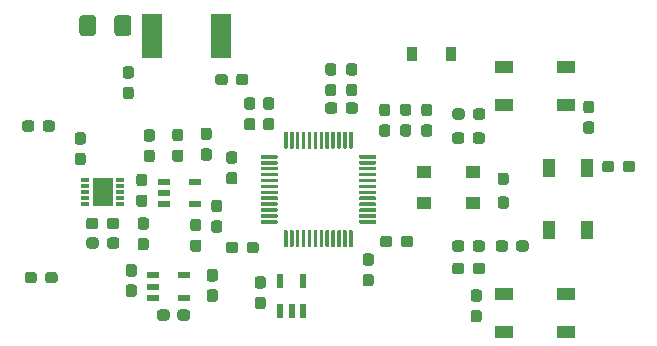
<source format=gtp>
G04 #@! TF.GenerationSoftware,KiCad,Pcbnew,(5.1.6-0-10_14)*
G04 #@! TF.CreationDate,2021-10-17T11:27:40-07:00*
G04 #@! TF.ProjectId,TimTime,54696d54-696d-4652-9e6b-696361645f70,rev?*
G04 #@! TF.SameCoordinates,Original*
G04 #@! TF.FileFunction,Paste,Top*
G04 #@! TF.FilePolarity,Positive*
%FSLAX46Y46*%
G04 Gerber Fmt 4.6, Leading zero omitted, Abs format (unit mm)*
G04 Created by KiCad (PCBNEW (5.1.6-0-10_14)) date 2021-10-17 11:27:40*
%MOMM*%
%LPD*%
G01*
G04 APERTURE LIST*
%ADD10R,1.700000X3.700000*%
%ADD11R,0.900000X1.200000*%
%ADD12R,0.800000X0.300000*%
%ADD13R,1.750000X2.480000*%
%ADD14R,1.050000X0.550000*%
%ADD15R,1.550000X1.000000*%
%ADD16R,0.590000X1.210000*%
%ADD17R,1.200000X1.000000*%
%ADD18R,1.000000X1.550000*%
G04 APERTURE END LIST*
D10*
G04 #@! TO.C,S3*
X130937000Y-91440000D03*
X125037000Y-91440000D03*
G04 #@! TD*
D11*
G04 #@! TO.C,D2*
X147067000Y-92964000D03*
X150368000Y-92964000D03*
G04 #@! TD*
G04 #@! TO.C,C1*
G36*
G01*
X155050500Y-104058000D02*
X154575500Y-104058000D01*
G75*
G02*
X154338000Y-103820500I0J237500D01*
G01*
X154338000Y-103245500D01*
G75*
G02*
X154575500Y-103008000I237500J0D01*
G01*
X155050500Y-103008000D01*
G75*
G02*
X155288000Y-103245500I0J-237500D01*
G01*
X155288000Y-103820500D01*
G75*
G02*
X155050500Y-104058000I-237500J0D01*
G01*
G37*
G36*
G01*
X155050500Y-106062000D02*
X154575500Y-106062000D01*
G75*
G02*
X154338000Y-105824500I0J237500D01*
G01*
X154338000Y-105249500D01*
G75*
G02*
X154575500Y-105012000I237500J0D01*
G01*
X155050500Y-105012000D01*
G75*
G02*
X155288000Y-105249500I0J-237500D01*
G01*
X155288000Y-105824500D01*
G75*
G02*
X155050500Y-106062000I-237500J0D01*
G01*
G37*
G04 #@! TD*
G04 #@! TO.C,C3*
G36*
G01*
X153278000Y-99838500D02*
X153278000Y-100313500D01*
G75*
G02*
X153040500Y-100551000I-237500J0D01*
G01*
X152465500Y-100551000D01*
G75*
G02*
X152228000Y-100313500I0J237500D01*
G01*
X152228000Y-99838500D01*
G75*
G02*
X152465500Y-99601000I237500J0D01*
G01*
X153040500Y-99601000D01*
G75*
G02*
X153278000Y-99838500I0J-237500D01*
G01*
G37*
G36*
G01*
X151528000Y-99838500D02*
X151528000Y-100313500D01*
G75*
G02*
X151290500Y-100551000I-237500J0D01*
G01*
X150715500Y-100551000D01*
G75*
G02*
X150478000Y-100313500I0J237500D01*
G01*
X150478000Y-99838500D01*
G75*
G02*
X150715500Y-99601000I237500J0D01*
G01*
X151290500Y-99601000D01*
G75*
G02*
X151528000Y-99838500I0J-237500D01*
G01*
G37*
G04 #@! TD*
G04 #@! TO.C,C4*
G36*
G01*
X135187700Y-99430000D02*
X134712700Y-99430000D01*
G75*
G02*
X134475200Y-99192500I0J237500D01*
G01*
X134475200Y-98617500D01*
G75*
G02*
X134712700Y-98380000I237500J0D01*
G01*
X135187700Y-98380000D01*
G75*
G02*
X135425200Y-98617500I0J-237500D01*
G01*
X135425200Y-99192500D01*
G75*
G02*
X135187700Y-99430000I-237500J0D01*
G01*
G37*
G36*
G01*
X135187700Y-97680000D02*
X134712700Y-97680000D01*
G75*
G02*
X134475200Y-97442500I0J237500D01*
G01*
X134475200Y-96867500D01*
G75*
G02*
X134712700Y-96630000I237500J0D01*
G01*
X135187700Y-96630000D01*
G75*
G02*
X135425200Y-96867500I0J-237500D01*
G01*
X135425200Y-97442500D01*
G75*
G02*
X135187700Y-97680000I-237500J0D01*
G01*
G37*
G04 #@! TD*
G04 #@! TO.C,C5*
G36*
G01*
X132379000Y-109109500D02*
X132379000Y-109584500D01*
G75*
G02*
X132141500Y-109822000I-237500J0D01*
G01*
X131566500Y-109822000D01*
G75*
G02*
X131329000Y-109584500I0J237500D01*
G01*
X131329000Y-109109500D01*
G75*
G02*
X131566500Y-108872000I237500J0D01*
G01*
X132141500Y-108872000D01*
G75*
G02*
X132379000Y-109109500I0J-237500D01*
G01*
G37*
G36*
G01*
X134129000Y-109109500D02*
X134129000Y-109584500D01*
G75*
G02*
X133891500Y-109822000I-237500J0D01*
G01*
X133316500Y-109822000D01*
G75*
G02*
X133079000Y-109584500I0J237500D01*
G01*
X133079000Y-109109500D01*
G75*
G02*
X133316500Y-108872000I237500J0D01*
G01*
X133891500Y-108872000D01*
G75*
G02*
X134129000Y-109109500I0J-237500D01*
G01*
G37*
G04 #@! TD*
G04 #@! TO.C,C6*
G36*
G01*
X133587500Y-99430000D02*
X133112500Y-99430000D01*
G75*
G02*
X132875000Y-99192500I0J237500D01*
G01*
X132875000Y-98617500D01*
G75*
G02*
X133112500Y-98380000I237500J0D01*
G01*
X133587500Y-98380000D01*
G75*
G02*
X133825000Y-98617500I0J-237500D01*
G01*
X133825000Y-99192500D01*
G75*
G02*
X133587500Y-99430000I-237500J0D01*
G01*
G37*
G36*
G01*
X133587500Y-97680000D02*
X133112500Y-97680000D01*
G75*
G02*
X132875000Y-97442500I0J237500D01*
G01*
X132875000Y-96867500D01*
G75*
G02*
X133112500Y-96630000I237500J0D01*
G01*
X133587500Y-96630000D01*
G75*
G02*
X133825000Y-96867500I0J-237500D01*
G01*
X133825000Y-97442500D01*
G75*
G02*
X133587500Y-97680000I-237500J0D01*
G01*
G37*
G04 #@! TD*
G04 #@! TO.C,C7*
G36*
G01*
X143145500Y-111588000D02*
X143620500Y-111588000D01*
G75*
G02*
X143858000Y-111825500I0J-237500D01*
G01*
X143858000Y-112400500D01*
G75*
G02*
X143620500Y-112638000I-237500J0D01*
G01*
X143145500Y-112638000D01*
G75*
G02*
X142908000Y-112400500I0J237500D01*
G01*
X142908000Y-111825500D01*
G75*
G02*
X143145500Y-111588000I237500J0D01*
G01*
G37*
G36*
G01*
X143145500Y-109838000D02*
X143620500Y-109838000D01*
G75*
G02*
X143858000Y-110075500I0J-237500D01*
G01*
X143858000Y-110650500D01*
G75*
G02*
X143620500Y-110888000I-237500J0D01*
G01*
X143145500Y-110888000D01*
G75*
G02*
X142908000Y-110650500I0J237500D01*
G01*
X142908000Y-110075500D01*
G75*
G02*
X143145500Y-109838000I237500J0D01*
G01*
G37*
G04 #@! TD*
G04 #@! TO.C,C8*
G36*
G01*
X144382000Y-109076500D02*
X144382000Y-108601500D01*
G75*
G02*
X144619500Y-108364000I237500J0D01*
G01*
X145194500Y-108364000D01*
G75*
G02*
X145432000Y-108601500I0J-237500D01*
G01*
X145432000Y-109076500D01*
G75*
G02*
X145194500Y-109314000I-237500J0D01*
G01*
X144619500Y-109314000D01*
G75*
G02*
X144382000Y-109076500I0J237500D01*
G01*
G37*
G36*
G01*
X146132000Y-109076500D02*
X146132000Y-108601500D01*
G75*
G02*
X146369500Y-108364000I237500J0D01*
G01*
X146944500Y-108364000D01*
G75*
G02*
X147182000Y-108601500I0J-237500D01*
G01*
X147182000Y-109076500D01*
G75*
G02*
X146944500Y-109314000I-237500J0D01*
G01*
X146369500Y-109314000D01*
G75*
G02*
X146132000Y-109076500I0J237500D01*
G01*
G37*
G04 #@! TD*
G04 #@! TO.C,C9*
G36*
G01*
X146781500Y-98202000D02*
X146306500Y-98202000D01*
G75*
G02*
X146069000Y-97964500I0J237500D01*
G01*
X146069000Y-97389500D01*
G75*
G02*
X146306500Y-97152000I237500J0D01*
G01*
X146781500Y-97152000D01*
G75*
G02*
X147019000Y-97389500I0J-237500D01*
G01*
X147019000Y-97964500D01*
G75*
G02*
X146781500Y-98202000I-237500J0D01*
G01*
G37*
G36*
G01*
X146781500Y-99952000D02*
X146306500Y-99952000D01*
G75*
G02*
X146069000Y-99714500I0J237500D01*
G01*
X146069000Y-99139500D01*
G75*
G02*
X146306500Y-98902000I237500J0D01*
G01*
X146781500Y-98902000D01*
G75*
G02*
X147019000Y-99139500I0J-237500D01*
G01*
X147019000Y-99714500D01*
G75*
G02*
X146781500Y-99952000I-237500J0D01*
G01*
G37*
G04 #@! TD*
G04 #@! TO.C,C10*
G36*
G01*
X145017500Y-99966000D02*
X144542500Y-99966000D01*
G75*
G02*
X144305000Y-99728500I0J237500D01*
G01*
X144305000Y-99153500D01*
G75*
G02*
X144542500Y-98916000I237500J0D01*
G01*
X145017500Y-98916000D01*
G75*
G02*
X145255000Y-99153500I0J-237500D01*
G01*
X145255000Y-99728500D01*
G75*
G02*
X145017500Y-99966000I-237500J0D01*
G01*
G37*
G36*
G01*
X145017500Y-98216000D02*
X144542500Y-98216000D01*
G75*
G02*
X144305000Y-97978500I0J237500D01*
G01*
X144305000Y-97403500D01*
G75*
G02*
X144542500Y-97166000I237500J0D01*
G01*
X145017500Y-97166000D01*
G75*
G02*
X145255000Y-97403500I0J-237500D01*
G01*
X145255000Y-97978500D01*
G75*
G02*
X145017500Y-98216000I-237500J0D01*
G01*
G37*
G04 #@! TD*
G04 #@! TO.C,C11*
G36*
G01*
X134001500Y-113521000D02*
X134476500Y-113521000D01*
G75*
G02*
X134714000Y-113758500I0J-237500D01*
G01*
X134714000Y-114333500D01*
G75*
G02*
X134476500Y-114571000I-237500J0D01*
G01*
X134001500Y-114571000D01*
G75*
G02*
X133764000Y-114333500I0J237500D01*
G01*
X133764000Y-113758500D01*
G75*
G02*
X134001500Y-113521000I237500J0D01*
G01*
G37*
G36*
G01*
X134001500Y-111771000D02*
X134476500Y-111771000D01*
G75*
G02*
X134714000Y-112008500I0J-237500D01*
G01*
X134714000Y-112583500D01*
G75*
G02*
X134476500Y-112821000I-237500J0D01*
G01*
X134001500Y-112821000D01*
G75*
G02*
X133764000Y-112583500I0J237500D01*
G01*
X133764000Y-112008500D01*
G75*
G02*
X134001500Y-111771000I237500J0D01*
G01*
G37*
G04 #@! TD*
G04 #@! TO.C,C12*
G36*
G01*
X125078500Y-100375000D02*
X124603500Y-100375000D01*
G75*
G02*
X124366000Y-100137500I0J237500D01*
G01*
X124366000Y-99562500D01*
G75*
G02*
X124603500Y-99325000I237500J0D01*
G01*
X125078500Y-99325000D01*
G75*
G02*
X125316000Y-99562500I0J-237500D01*
G01*
X125316000Y-100137500D01*
G75*
G02*
X125078500Y-100375000I-237500J0D01*
G01*
G37*
G36*
G01*
X125078500Y-102125000D02*
X124603500Y-102125000D01*
G75*
G02*
X124366000Y-101887500I0J237500D01*
G01*
X124366000Y-101312500D01*
G75*
G02*
X124603500Y-101075000I237500J0D01*
G01*
X125078500Y-101075000D01*
G75*
G02*
X125316000Y-101312500I0J-237500D01*
G01*
X125316000Y-101887500D01*
G75*
G02*
X125078500Y-102125000I-237500J0D01*
G01*
G37*
G04 #@! TD*
G04 #@! TO.C,C13*
G36*
G01*
X119236500Y-102379000D02*
X118761500Y-102379000D01*
G75*
G02*
X118524000Y-102141500I0J237500D01*
G01*
X118524000Y-101566500D01*
G75*
G02*
X118761500Y-101329000I237500J0D01*
G01*
X119236500Y-101329000D01*
G75*
G02*
X119474000Y-101566500I0J-237500D01*
G01*
X119474000Y-102141500D01*
G75*
G02*
X119236500Y-102379000I-237500J0D01*
G01*
G37*
G36*
G01*
X119236500Y-100629000D02*
X118761500Y-100629000D01*
G75*
G02*
X118524000Y-100391500I0J237500D01*
G01*
X118524000Y-99816500D01*
G75*
G02*
X118761500Y-99579000I237500J0D01*
G01*
X119236500Y-99579000D01*
G75*
G02*
X119474000Y-99816500I0J-237500D01*
G01*
X119474000Y-100391500D01*
G75*
G02*
X119236500Y-100629000I-237500J0D01*
G01*
G37*
G04 #@! TD*
G04 #@! TO.C,C14*
G36*
G01*
X129015500Y-107967000D02*
X128540500Y-107967000D01*
G75*
G02*
X128303000Y-107729500I0J237500D01*
G01*
X128303000Y-107154500D01*
G75*
G02*
X128540500Y-106917000I237500J0D01*
G01*
X129015500Y-106917000D01*
G75*
G02*
X129253000Y-107154500I0J-237500D01*
G01*
X129253000Y-107729500D01*
G75*
G02*
X129015500Y-107967000I-237500J0D01*
G01*
G37*
G36*
G01*
X129015500Y-109717000D02*
X128540500Y-109717000D01*
G75*
G02*
X128303000Y-109479500I0J237500D01*
G01*
X128303000Y-108904500D01*
G75*
G02*
X128540500Y-108667000I237500J0D01*
G01*
X129015500Y-108667000D01*
G75*
G02*
X129253000Y-108904500I0J-237500D01*
G01*
X129253000Y-109479500D01*
G75*
G02*
X129015500Y-109717000I-237500J0D01*
G01*
G37*
G04 #@! TD*
G04 #@! TO.C,C15*
G36*
G01*
X129904500Y-101998000D02*
X129429500Y-101998000D01*
G75*
G02*
X129192000Y-101760500I0J237500D01*
G01*
X129192000Y-101185500D01*
G75*
G02*
X129429500Y-100948000I237500J0D01*
G01*
X129904500Y-100948000D01*
G75*
G02*
X130142000Y-101185500I0J-237500D01*
G01*
X130142000Y-101760500D01*
G75*
G02*
X129904500Y-101998000I-237500J0D01*
G01*
G37*
G36*
G01*
X129904500Y-100248000D02*
X129429500Y-100248000D01*
G75*
G02*
X129192000Y-100010500I0J237500D01*
G01*
X129192000Y-99435500D01*
G75*
G02*
X129429500Y-99198000I237500J0D01*
G01*
X129904500Y-99198000D01*
G75*
G02*
X130142000Y-99435500I0J-237500D01*
G01*
X130142000Y-100010500D01*
G75*
G02*
X129904500Y-100248000I-237500J0D01*
G01*
G37*
G04 #@! TD*
G04 #@! TO.C,C16*
G36*
G01*
X127491500Y-100347000D02*
X127016500Y-100347000D01*
G75*
G02*
X126779000Y-100109500I0J237500D01*
G01*
X126779000Y-99534500D01*
G75*
G02*
X127016500Y-99297000I237500J0D01*
G01*
X127491500Y-99297000D01*
G75*
G02*
X127729000Y-99534500I0J-237500D01*
G01*
X127729000Y-100109500D01*
G75*
G02*
X127491500Y-100347000I-237500J0D01*
G01*
G37*
G36*
G01*
X127491500Y-102097000D02*
X127016500Y-102097000D01*
G75*
G02*
X126779000Y-101859500I0J237500D01*
G01*
X126779000Y-101284500D01*
G75*
G02*
X127016500Y-101047000I237500J0D01*
G01*
X127491500Y-101047000D01*
G75*
G02*
X127729000Y-101284500I0J-237500D01*
G01*
X127729000Y-101859500D01*
G75*
G02*
X127491500Y-102097000I-237500J0D01*
G01*
G37*
G04 #@! TD*
G04 #@! TO.C,D1*
G36*
G01*
X118921500Y-91176000D02*
X118921500Y-89926000D01*
G75*
G02*
X119171500Y-89676000I250000J0D01*
G01*
X120096500Y-89676000D01*
G75*
G02*
X120346500Y-89926000I0J-250000D01*
G01*
X120346500Y-91176000D01*
G75*
G02*
X120096500Y-91426000I-250000J0D01*
G01*
X119171500Y-91426000D01*
G75*
G02*
X118921500Y-91176000I0J250000D01*
G01*
G37*
G36*
G01*
X121896500Y-91176000D02*
X121896500Y-89926000D01*
G75*
G02*
X122146500Y-89676000I250000J0D01*
G01*
X123071500Y-89676000D01*
G75*
G02*
X123321500Y-89926000I0J-250000D01*
G01*
X123321500Y-91176000D01*
G75*
G02*
X123071500Y-91426000I-250000J0D01*
G01*
X122146500Y-91426000D01*
G75*
G02*
X121896500Y-91176000I0J250000D01*
G01*
G37*
G04 #@! TD*
D12*
G04 #@! TO.C,IC1*
X119404000Y-103648000D03*
X119404000Y-104148000D03*
X119404000Y-104648000D03*
X119404000Y-105148000D03*
X119404000Y-105648000D03*
X122404000Y-105648000D03*
X122404000Y-105148000D03*
X122404000Y-104648000D03*
X122404000Y-104148000D03*
X122404000Y-103648000D03*
D13*
X120904000Y-104648000D03*
G04 #@! TD*
D14*
G04 #@! TO.C,IC2*
X126111000Y-103759000D03*
X126111000Y-104709000D03*
X126111000Y-105659000D03*
X128711000Y-105659000D03*
X128711000Y-103759000D03*
G04 #@! TD*
G04 #@! TO.C,L1*
G36*
G01*
X148573500Y-99966000D02*
X148098500Y-99966000D01*
G75*
G02*
X147861000Y-99728500I0J237500D01*
G01*
X147861000Y-99153500D01*
G75*
G02*
X148098500Y-98916000I237500J0D01*
G01*
X148573500Y-98916000D01*
G75*
G02*
X148811000Y-99153500I0J-237500D01*
G01*
X148811000Y-99728500D01*
G75*
G02*
X148573500Y-99966000I-237500J0D01*
G01*
G37*
G36*
G01*
X148573500Y-98216000D02*
X148098500Y-98216000D01*
G75*
G02*
X147861000Y-97978500I0J237500D01*
G01*
X147861000Y-97403500D01*
G75*
G02*
X148098500Y-97166000I237500J0D01*
G01*
X148573500Y-97166000D01*
G75*
G02*
X148811000Y-97403500I0J-237500D01*
G01*
X148811000Y-97978500D01*
G75*
G02*
X148573500Y-98216000I-237500J0D01*
G01*
G37*
G04 #@! TD*
G04 #@! TO.C,R1*
G36*
G01*
X139984500Y-93737000D02*
X140459500Y-93737000D01*
G75*
G02*
X140697000Y-93974500I0J-237500D01*
G01*
X140697000Y-94549500D01*
G75*
G02*
X140459500Y-94787000I-237500J0D01*
G01*
X139984500Y-94787000D01*
G75*
G02*
X139747000Y-94549500I0J237500D01*
G01*
X139747000Y-93974500D01*
G75*
G02*
X139984500Y-93737000I237500J0D01*
G01*
G37*
G36*
G01*
X139984500Y-95487000D02*
X140459500Y-95487000D01*
G75*
G02*
X140697000Y-95724500I0J-237500D01*
G01*
X140697000Y-96299500D01*
G75*
G02*
X140459500Y-96537000I-237500J0D01*
G01*
X139984500Y-96537000D01*
G75*
G02*
X139747000Y-96299500I0J237500D01*
G01*
X139747000Y-95724500D01*
G75*
G02*
X139984500Y-95487000I237500J0D01*
G01*
G37*
G04 #@! TD*
G04 #@! TO.C,R2*
G36*
G01*
X141461000Y-97773500D02*
X141461000Y-97298500D01*
G75*
G02*
X141698500Y-97061000I237500J0D01*
G01*
X142273500Y-97061000D01*
G75*
G02*
X142511000Y-97298500I0J-237500D01*
G01*
X142511000Y-97773500D01*
G75*
G02*
X142273500Y-98011000I-237500J0D01*
G01*
X141698500Y-98011000D01*
G75*
G02*
X141461000Y-97773500I0J237500D01*
G01*
G37*
G36*
G01*
X139711000Y-97773500D02*
X139711000Y-97298500D01*
G75*
G02*
X139948500Y-97061000I237500J0D01*
G01*
X140523500Y-97061000D01*
G75*
G02*
X140761000Y-97298500I0J-237500D01*
G01*
X140761000Y-97773500D01*
G75*
G02*
X140523500Y-98011000I-237500J0D01*
G01*
X139948500Y-98011000D01*
G75*
G02*
X139711000Y-97773500I0J237500D01*
G01*
G37*
G04 #@! TD*
G04 #@! TO.C,R3*
G36*
G01*
X142223500Y-94787000D02*
X141748500Y-94787000D01*
G75*
G02*
X141511000Y-94549500I0J237500D01*
G01*
X141511000Y-93974500D01*
G75*
G02*
X141748500Y-93737000I237500J0D01*
G01*
X142223500Y-93737000D01*
G75*
G02*
X142461000Y-93974500I0J-237500D01*
G01*
X142461000Y-94549500D01*
G75*
G02*
X142223500Y-94787000I-237500J0D01*
G01*
G37*
G36*
G01*
X142223500Y-96537000D02*
X141748500Y-96537000D01*
G75*
G02*
X141511000Y-96299500I0J237500D01*
G01*
X141511000Y-95724500D01*
G75*
G02*
X141748500Y-95487000I237500J0D01*
G01*
X142223500Y-95487000D01*
G75*
G02*
X142461000Y-95724500I0J-237500D01*
G01*
X142461000Y-96299500D01*
G75*
G02*
X142223500Y-96537000I-237500J0D01*
G01*
G37*
G04 #@! TD*
G04 #@! TO.C,R5*
G36*
G01*
X117083000Y-111649500D02*
X117083000Y-112124500D01*
G75*
G02*
X116845500Y-112362000I-237500J0D01*
G01*
X116270500Y-112362000D01*
G75*
G02*
X116033000Y-112124500I0J237500D01*
G01*
X116033000Y-111649500D01*
G75*
G02*
X116270500Y-111412000I237500J0D01*
G01*
X116845500Y-111412000D01*
G75*
G02*
X117083000Y-111649500I0J-237500D01*
G01*
G37*
G36*
G01*
X115333000Y-111649500D02*
X115333000Y-112124500D01*
G75*
G02*
X115095500Y-112362000I-237500J0D01*
G01*
X114520500Y-112362000D01*
G75*
G02*
X114283000Y-112124500I0J237500D01*
G01*
X114283000Y-111649500D01*
G75*
G02*
X114520500Y-111412000I237500J0D01*
G01*
X115095500Y-111412000D01*
G75*
G02*
X115333000Y-111649500I0J-237500D01*
G01*
G37*
G04 #@! TD*
G04 #@! TO.C,R6*
G36*
G01*
X115807000Y-99297500D02*
X115807000Y-98822500D01*
G75*
G02*
X116044500Y-98585000I237500J0D01*
G01*
X116619500Y-98585000D01*
G75*
G02*
X116857000Y-98822500I0J-237500D01*
G01*
X116857000Y-99297500D01*
G75*
G02*
X116619500Y-99535000I-237500J0D01*
G01*
X116044500Y-99535000D01*
G75*
G02*
X115807000Y-99297500I0J237500D01*
G01*
G37*
G36*
G01*
X114057000Y-99297500D02*
X114057000Y-98822500D01*
G75*
G02*
X114294500Y-98585000I237500J0D01*
G01*
X114869500Y-98585000D01*
G75*
G02*
X115107000Y-98822500I0J-237500D01*
G01*
X115107000Y-99297500D01*
G75*
G02*
X114869500Y-99535000I-237500J0D01*
G01*
X114294500Y-99535000D01*
G75*
G02*
X114057000Y-99297500I0J237500D01*
G01*
G37*
G04 #@! TD*
G04 #@! TO.C,R7*
G36*
G01*
X153306000Y-97806500D02*
X153306000Y-98281500D01*
G75*
G02*
X153068500Y-98519000I-237500J0D01*
G01*
X152493500Y-98519000D01*
G75*
G02*
X152256000Y-98281500I0J237500D01*
G01*
X152256000Y-97806500D01*
G75*
G02*
X152493500Y-97569000I237500J0D01*
G01*
X153068500Y-97569000D01*
G75*
G02*
X153306000Y-97806500I0J-237500D01*
G01*
G37*
G36*
G01*
X151556000Y-97806500D02*
X151556000Y-98281500D01*
G75*
G02*
X151318500Y-98519000I-237500J0D01*
G01*
X150743500Y-98519000D01*
G75*
G02*
X150506000Y-98281500I0J237500D01*
G01*
X150506000Y-97806500D01*
G75*
G02*
X150743500Y-97569000I237500J0D01*
G01*
X151318500Y-97569000D01*
G75*
G02*
X151556000Y-97806500I0J-237500D01*
G01*
G37*
G04 #@! TD*
G04 #@! TO.C,R8*
G36*
G01*
X122825500Y-93991000D02*
X123300500Y-93991000D01*
G75*
G02*
X123538000Y-94228500I0J-237500D01*
G01*
X123538000Y-94803500D01*
G75*
G02*
X123300500Y-95041000I-237500J0D01*
G01*
X122825500Y-95041000D01*
G75*
G02*
X122588000Y-94803500I0J237500D01*
G01*
X122588000Y-94228500D01*
G75*
G02*
X122825500Y-93991000I237500J0D01*
G01*
G37*
G36*
G01*
X122825500Y-95741000D02*
X123300500Y-95741000D01*
G75*
G02*
X123538000Y-95978500I0J-237500D01*
G01*
X123538000Y-96553500D01*
G75*
G02*
X123300500Y-96791000I-237500J0D01*
G01*
X122825500Y-96791000D01*
G75*
G02*
X122588000Y-96553500I0J237500D01*
G01*
X122588000Y-95978500D01*
G75*
G02*
X122825500Y-95741000I237500J0D01*
G01*
G37*
G04 #@! TD*
G04 #@! TO.C,R9*
G36*
G01*
X154161000Y-109457500D02*
X154161000Y-108982500D01*
G75*
G02*
X154398500Y-108745000I237500J0D01*
G01*
X154973500Y-108745000D01*
G75*
G02*
X155211000Y-108982500I0J-237500D01*
G01*
X155211000Y-109457500D01*
G75*
G02*
X154973500Y-109695000I-237500J0D01*
G01*
X154398500Y-109695000D01*
G75*
G02*
X154161000Y-109457500I0J237500D01*
G01*
G37*
G36*
G01*
X155911000Y-109457500D02*
X155911000Y-108982500D01*
G75*
G02*
X156148500Y-108745000I237500J0D01*
G01*
X156723500Y-108745000D01*
G75*
G02*
X156961000Y-108982500I0J-237500D01*
G01*
X156961000Y-109457500D01*
G75*
G02*
X156723500Y-109695000I-237500J0D01*
G01*
X156148500Y-109695000D01*
G75*
G02*
X155911000Y-109457500I0J237500D01*
G01*
G37*
G04 #@! TD*
G04 #@! TO.C,R10*
G36*
G01*
X151528000Y-108982500D02*
X151528000Y-109457500D01*
G75*
G02*
X151290500Y-109695000I-237500J0D01*
G01*
X150715500Y-109695000D01*
G75*
G02*
X150478000Y-109457500I0J237500D01*
G01*
X150478000Y-108982500D01*
G75*
G02*
X150715500Y-108745000I237500J0D01*
G01*
X151290500Y-108745000D01*
G75*
G02*
X151528000Y-108982500I0J-237500D01*
G01*
G37*
G36*
G01*
X153278000Y-108982500D02*
X153278000Y-109457500D01*
G75*
G02*
X153040500Y-109695000I-237500J0D01*
G01*
X152465500Y-109695000D01*
G75*
G02*
X152228000Y-109457500I0J237500D01*
G01*
X152228000Y-108982500D01*
G75*
G02*
X152465500Y-108745000I237500J0D01*
G01*
X153040500Y-108745000D01*
G75*
G02*
X153278000Y-108982500I0J-237500D01*
G01*
G37*
G04 #@! TD*
G04 #@! TO.C,R11*
G36*
G01*
X150478000Y-111362500D02*
X150478000Y-110887500D01*
G75*
G02*
X150715500Y-110650000I237500J0D01*
G01*
X151290500Y-110650000D01*
G75*
G02*
X151528000Y-110887500I0J-237500D01*
G01*
X151528000Y-111362500D01*
G75*
G02*
X151290500Y-111600000I-237500J0D01*
G01*
X150715500Y-111600000D01*
G75*
G02*
X150478000Y-111362500I0J237500D01*
G01*
G37*
G36*
G01*
X152228000Y-111362500D02*
X152228000Y-110887500D01*
G75*
G02*
X152465500Y-110650000I237500J0D01*
G01*
X153040500Y-110650000D01*
G75*
G02*
X153278000Y-110887500I0J-237500D01*
G01*
X153278000Y-111362500D01*
G75*
G02*
X153040500Y-111600000I-237500J0D01*
G01*
X152465500Y-111600000D01*
G75*
G02*
X152228000Y-111362500I0J237500D01*
G01*
G37*
G04 #@! TD*
G04 #@! TO.C,R12*
G36*
G01*
X130793500Y-106344000D02*
X130318500Y-106344000D01*
G75*
G02*
X130081000Y-106106500I0J237500D01*
G01*
X130081000Y-105531500D01*
G75*
G02*
X130318500Y-105294000I237500J0D01*
G01*
X130793500Y-105294000D01*
G75*
G02*
X131031000Y-105531500I0J-237500D01*
G01*
X131031000Y-106106500D01*
G75*
G02*
X130793500Y-106344000I-237500J0D01*
G01*
G37*
G36*
G01*
X130793500Y-108094000D02*
X130318500Y-108094000D01*
G75*
G02*
X130081000Y-107856500I0J237500D01*
G01*
X130081000Y-107281500D01*
G75*
G02*
X130318500Y-107044000I237500J0D01*
G01*
X130793500Y-107044000D01*
G75*
G02*
X131031000Y-107281500I0J-237500D01*
G01*
X131031000Y-107856500D01*
G75*
G02*
X130793500Y-108094000I-237500J0D01*
G01*
G37*
G04 #@! TD*
G04 #@! TO.C,R13*
G36*
G01*
X131588500Y-101202000D02*
X132063500Y-101202000D01*
G75*
G02*
X132301000Y-101439500I0J-237500D01*
G01*
X132301000Y-102014500D01*
G75*
G02*
X132063500Y-102252000I-237500J0D01*
G01*
X131588500Y-102252000D01*
G75*
G02*
X131351000Y-102014500I0J237500D01*
G01*
X131351000Y-101439500D01*
G75*
G02*
X131588500Y-101202000I237500J0D01*
G01*
G37*
G36*
G01*
X131588500Y-102952000D02*
X132063500Y-102952000D01*
G75*
G02*
X132301000Y-103189500I0J-237500D01*
G01*
X132301000Y-103764500D01*
G75*
G02*
X132063500Y-104002000I-237500J0D01*
G01*
X131588500Y-104002000D01*
G75*
G02*
X131351000Y-103764500I0J237500D01*
G01*
X131351000Y-103189500D01*
G75*
G02*
X131588500Y-102952000I237500J0D01*
G01*
G37*
G04 #@! TD*
G04 #@! TO.C,R14*
G36*
G01*
X161814500Y-96912000D02*
X162289500Y-96912000D01*
G75*
G02*
X162527000Y-97149500I0J-237500D01*
G01*
X162527000Y-97724500D01*
G75*
G02*
X162289500Y-97962000I-237500J0D01*
G01*
X161814500Y-97962000D01*
G75*
G02*
X161577000Y-97724500I0J237500D01*
G01*
X161577000Y-97149500D01*
G75*
G02*
X161814500Y-96912000I237500J0D01*
G01*
G37*
G36*
G01*
X161814500Y-98662000D02*
X162289500Y-98662000D01*
G75*
G02*
X162527000Y-98899500I0J-237500D01*
G01*
X162527000Y-99474500D01*
G75*
G02*
X162289500Y-99712000I-237500J0D01*
G01*
X161814500Y-99712000D01*
G75*
G02*
X161577000Y-99474500I0J237500D01*
G01*
X161577000Y-98899500D01*
G75*
G02*
X161814500Y-98662000I237500J0D01*
G01*
G37*
G04 #@! TD*
G04 #@! TO.C,R15*
G36*
G01*
X152289500Y-114636000D02*
X152764500Y-114636000D01*
G75*
G02*
X153002000Y-114873500I0J-237500D01*
G01*
X153002000Y-115448500D01*
G75*
G02*
X152764500Y-115686000I-237500J0D01*
G01*
X152289500Y-115686000D01*
G75*
G02*
X152052000Y-115448500I0J237500D01*
G01*
X152052000Y-114873500D01*
G75*
G02*
X152289500Y-114636000I237500J0D01*
G01*
G37*
G36*
G01*
X152289500Y-112886000D02*
X152764500Y-112886000D01*
G75*
G02*
X153002000Y-113123500I0J-237500D01*
G01*
X153002000Y-113698500D01*
G75*
G02*
X152764500Y-113936000I-237500J0D01*
G01*
X152289500Y-113936000D01*
G75*
G02*
X152052000Y-113698500I0J237500D01*
G01*
X152052000Y-113123500D01*
G75*
G02*
X152289500Y-112886000I237500J0D01*
G01*
G37*
G04 #@! TD*
G04 #@! TO.C,R16*
G36*
G01*
X122290000Y-107077500D02*
X122290000Y-107552500D01*
G75*
G02*
X122052500Y-107790000I-237500J0D01*
G01*
X121477500Y-107790000D01*
G75*
G02*
X121240000Y-107552500I0J237500D01*
G01*
X121240000Y-107077500D01*
G75*
G02*
X121477500Y-106840000I237500J0D01*
G01*
X122052500Y-106840000D01*
G75*
G02*
X122290000Y-107077500I0J-237500D01*
G01*
G37*
G36*
G01*
X120540000Y-107077500D02*
X120540000Y-107552500D01*
G75*
G02*
X120302500Y-107790000I-237500J0D01*
G01*
X119727500Y-107790000D01*
G75*
G02*
X119490000Y-107552500I0J237500D01*
G01*
X119490000Y-107077500D01*
G75*
G02*
X119727500Y-106840000I237500J0D01*
G01*
X120302500Y-106840000D01*
G75*
G02*
X120540000Y-107077500I0J-237500D01*
G01*
G37*
G04 #@! TD*
G04 #@! TO.C,R17*
G36*
G01*
X123968500Y-104857000D02*
X124443500Y-104857000D01*
G75*
G02*
X124681000Y-105094500I0J-237500D01*
G01*
X124681000Y-105669500D01*
G75*
G02*
X124443500Y-105907000I-237500J0D01*
G01*
X123968500Y-105907000D01*
G75*
G02*
X123731000Y-105669500I0J237500D01*
G01*
X123731000Y-105094500D01*
G75*
G02*
X123968500Y-104857000I237500J0D01*
G01*
G37*
G36*
G01*
X123968500Y-103107000D02*
X124443500Y-103107000D01*
G75*
G02*
X124681000Y-103344500I0J-237500D01*
G01*
X124681000Y-103919500D01*
G75*
G02*
X124443500Y-104157000I-237500J0D01*
G01*
X123968500Y-104157000D01*
G75*
G02*
X123731000Y-103919500I0J237500D01*
G01*
X123731000Y-103344500D01*
G75*
G02*
X123968500Y-103107000I237500J0D01*
G01*
G37*
G04 #@! TD*
G04 #@! TO.C,R18*
G36*
G01*
X124095500Y-108540000D02*
X124570500Y-108540000D01*
G75*
G02*
X124808000Y-108777500I0J-237500D01*
G01*
X124808000Y-109352500D01*
G75*
G02*
X124570500Y-109590000I-237500J0D01*
G01*
X124095500Y-109590000D01*
G75*
G02*
X123858000Y-109352500I0J237500D01*
G01*
X123858000Y-108777500D01*
G75*
G02*
X124095500Y-108540000I237500J0D01*
G01*
G37*
G36*
G01*
X124095500Y-106790000D02*
X124570500Y-106790000D01*
G75*
G02*
X124808000Y-107027500I0J-237500D01*
G01*
X124808000Y-107602500D01*
G75*
G02*
X124570500Y-107840000I-237500J0D01*
G01*
X124095500Y-107840000D01*
G75*
G02*
X123858000Y-107602500I0J237500D01*
G01*
X123858000Y-107027500D01*
G75*
G02*
X124095500Y-106790000I237500J0D01*
G01*
G37*
G04 #@! TD*
G04 #@! TO.C,R19*
G36*
G01*
X133240000Y-94885500D02*
X133240000Y-95360500D01*
G75*
G02*
X133002500Y-95598000I-237500J0D01*
G01*
X132427500Y-95598000D01*
G75*
G02*
X132190000Y-95360500I0J237500D01*
G01*
X132190000Y-94885500D01*
G75*
G02*
X132427500Y-94648000I237500J0D01*
G01*
X133002500Y-94648000D01*
G75*
G02*
X133240000Y-94885500I0J-237500D01*
G01*
G37*
G36*
G01*
X131490000Y-94885500D02*
X131490000Y-95360500D01*
G75*
G02*
X131252500Y-95598000I-237500J0D01*
G01*
X130677500Y-95598000D01*
G75*
G02*
X130440000Y-95360500I0J237500D01*
G01*
X130440000Y-94885500D01*
G75*
G02*
X130677500Y-94648000I237500J0D01*
G01*
X131252500Y-94648000D01*
G75*
G02*
X131490000Y-94885500I0J-237500D01*
G01*
G37*
G04 #@! TD*
D15*
G04 #@! TO.C,S1*
X160147000Y-97282000D03*
X154897000Y-97282000D03*
X160147000Y-94082000D03*
X154897000Y-94082000D03*
G04 #@! TD*
G04 #@! TO.C,S2*
X160147000Y-116484000D03*
X154897000Y-116484000D03*
X160147000Y-113284000D03*
X154897000Y-113284000D03*
G04 #@! TD*
G04 #@! TO.C,U1*
G36*
G01*
X144063500Y-107097500D02*
X144063500Y-107247500D01*
G75*
G02*
X143988500Y-107322500I-75000J0D01*
G01*
X142663500Y-107322500D01*
G75*
G02*
X142588500Y-107247500I0J75000D01*
G01*
X142588500Y-107097500D01*
G75*
G02*
X142663500Y-107022500I75000J0D01*
G01*
X143988500Y-107022500D01*
G75*
G02*
X144063500Y-107097500I0J-75000D01*
G01*
G37*
G36*
G01*
X144063500Y-106597500D02*
X144063500Y-106747500D01*
G75*
G02*
X143988500Y-106822500I-75000J0D01*
G01*
X142663500Y-106822500D01*
G75*
G02*
X142588500Y-106747500I0J75000D01*
G01*
X142588500Y-106597500D01*
G75*
G02*
X142663500Y-106522500I75000J0D01*
G01*
X143988500Y-106522500D01*
G75*
G02*
X144063500Y-106597500I0J-75000D01*
G01*
G37*
G36*
G01*
X144063500Y-106097500D02*
X144063500Y-106247500D01*
G75*
G02*
X143988500Y-106322500I-75000J0D01*
G01*
X142663500Y-106322500D01*
G75*
G02*
X142588500Y-106247500I0J75000D01*
G01*
X142588500Y-106097500D01*
G75*
G02*
X142663500Y-106022500I75000J0D01*
G01*
X143988500Y-106022500D01*
G75*
G02*
X144063500Y-106097500I0J-75000D01*
G01*
G37*
G36*
G01*
X144063500Y-105597500D02*
X144063500Y-105747500D01*
G75*
G02*
X143988500Y-105822500I-75000J0D01*
G01*
X142663500Y-105822500D01*
G75*
G02*
X142588500Y-105747500I0J75000D01*
G01*
X142588500Y-105597500D01*
G75*
G02*
X142663500Y-105522500I75000J0D01*
G01*
X143988500Y-105522500D01*
G75*
G02*
X144063500Y-105597500I0J-75000D01*
G01*
G37*
G36*
G01*
X144063500Y-105097500D02*
X144063500Y-105247500D01*
G75*
G02*
X143988500Y-105322500I-75000J0D01*
G01*
X142663500Y-105322500D01*
G75*
G02*
X142588500Y-105247500I0J75000D01*
G01*
X142588500Y-105097500D01*
G75*
G02*
X142663500Y-105022500I75000J0D01*
G01*
X143988500Y-105022500D01*
G75*
G02*
X144063500Y-105097500I0J-75000D01*
G01*
G37*
G36*
G01*
X144063500Y-104597500D02*
X144063500Y-104747500D01*
G75*
G02*
X143988500Y-104822500I-75000J0D01*
G01*
X142663500Y-104822500D01*
G75*
G02*
X142588500Y-104747500I0J75000D01*
G01*
X142588500Y-104597500D01*
G75*
G02*
X142663500Y-104522500I75000J0D01*
G01*
X143988500Y-104522500D01*
G75*
G02*
X144063500Y-104597500I0J-75000D01*
G01*
G37*
G36*
G01*
X144063500Y-104097500D02*
X144063500Y-104247500D01*
G75*
G02*
X143988500Y-104322500I-75000J0D01*
G01*
X142663500Y-104322500D01*
G75*
G02*
X142588500Y-104247500I0J75000D01*
G01*
X142588500Y-104097500D01*
G75*
G02*
X142663500Y-104022500I75000J0D01*
G01*
X143988500Y-104022500D01*
G75*
G02*
X144063500Y-104097500I0J-75000D01*
G01*
G37*
G36*
G01*
X144063500Y-103597500D02*
X144063500Y-103747500D01*
G75*
G02*
X143988500Y-103822500I-75000J0D01*
G01*
X142663500Y-103822500D01*
G75*
G02*
X142588500Y-103747500I0J75000D01*
G01*
X142588500Y-103597500D01*
G75*
G02*
X142663500Y-103522500I75000J0D01*
G01*
X143988500Y-103522500D01*
G75*
G02*
X144063500Y-103597500I0J-75000D01*
G01*
G37*
G36*
G01*
X144063500Y-103097500D02*
X144063500Y-103247500D01*
G75*
G02*
X143988500Y-103322500I-75000J0D01*
G01*
X142663500Y-103322500D01*
G75*
G02*
X142588500Y-103247500I0J75000D01*
G01*
X142588500Y-103097500D01*
G75*
G02*
X142663500Y-103022500I75000J0D01*
G01*
X143988500Y-103022500D01*
G75*
G02*
X144063500Y-103097500I0J-75000D01*
G01*
G37*
G36*
G01*
X144063500Y-102597500D02*
X144063500Y-102747500D01*
G75*
G02*
X143988500Y-102822500I-75000J0D01*
G01*
X142663500Y-102822500D01*
G75*
G02*
X142588500Y-102747500I0J75000D01*
G01*
X142588500Y-102597500D01*
G75*
G02*
X142663500Y-102522500I75000J0D01*
G01*
X143988500Y-102522500D01*
G75*
G02*
X144063500Y-102597500I0J-75000D01*
G01*
G37*
G36*
G01*
X144063500Y-102097500D02*
X144063500Y-102247500D01*
G75*
G02*
X143988500Y-102322500I-75000J0D01*
G01*
X142663500Y-102322500D01*
G75*
G02*
X142588500Y-102247500I0J75000D01*
G01*
X142588500Y-102097500D01*
G75*
G02*
X142663500Y-102022500I75000J0D01*
G01*
X143988500Y-102022500D01*
G75*
G02*
X144063500Y-102097500I0J-75000D01*
G01*
G37*
G36*
G01*
X144063500Y-101597500D02*
X144063500Y-101747500D01*
G75*
G02*
X143988500Y-101822500I-75000J0D01*
G01*
X142663500Y-101822500D01*
G75*
G02*
X142588500Y-101747500I0J75000D01*
G01*
X142588500Y-101597500D01*
G75*
G02*
X142663500Y-101522500I75000J0D01*
G01*
X143988500Y-101522500D01*
G75*
G02*
X144063500Y-101597500I0J-75000D01*
G01*
G37*
G36*
G01*
X142063500Y-99597500D02*
X142063500Y-100922500D01*
G75*
G02*
X141988500Y-100997500I-75000J0D01*
G01*
X141838500Y-100997500D01*
G75*
G02*
X141763500Y-100922500I0J75000D01*
G01*
X141763500Y-99597500D01*
G75*
G02*
X141838500Y-99522500I75000J0D01*
G01*
X141988500Y-99522500D01*
G75*
G02*
X142063500Y-99597500I0J-75000D01*
G01*
G37*
G36*
G01*
X141563500Y-99597500D02*
X141563500Y-100922500D01*
G75*
G02*
X141488500Y-100997500I-75000J0D01*
G01*
X141338500Y-100997500D01*
G75*
G02*
X141263500Y-100922500I0J75000D01*
G01*
X141263500Y-99597500D01*
G75*
G02*
X141338500Y-99522500I75000J0D01*
G01*
X141488500Y-99522500D01*
G75*
G02*
X141563500Y-99597500I0J-75000D01*
G01*
G37*
G36*
G01*
X141063500Y-99597500D02*
X141063500Y-100922500D01*
G75*
G02*
X140988500Y-100997500I-75000J0D01*
G01*
X140838500Y-100997500D01*
G75*
G02*
X140763500Y-100922500I0J75000D01*
G01*
X140763500Y-99597500D01*
G75*
G02*
X140838500Y-99522500I75000J0D01*
G01*
X140988500Y-99522500D01*
G75*
G02*
X141063500Y-99597500I0J-75000D01*
G01*
G37*
G36*
G01*
X140563500Y-99597500D02*
X140563500Y-100922500D01*
G75*
G02*
X140488500Y-100997500I-75000J0D01*
G01*
X140338500Y-100997500D01*
G75*
G02*
X140263500Y-100922500I0J75000D01*
G01*
X140263500Y-99597500D01*
G75*
G02*
X140338500Y-99522500I75000J0D01*
G01*
X140488500Y-99522500D01*
G75*
G02*
X140563500Y-99597500I0J-75000D01*
G01*
G37*
G36*
G01*
X140063500Y-99597500D02*
X140063500Y-100922500D01*
G75*
G02*
X139988500Y-100997500I-75000J0D01*
G01*
X139838500Y-100997500D01*
G75*
G02*
X139763500Y-100922500I0J75000D01*
G01*
X139763500Y-99597500D01*
G75*
G02*
X139838500Y-99522500I75000J0D01*
G01*
X139988500Y-99522500D01*
G75*
G02*
X140063500Y-99597500I0J-75000D01*
G01*
G37*
G36*
G01*
X139563500Y-99597500D02*
X139563500Y-100922500D01*
G75*
G02*
X139488500Y-100997500I-75000J0D01*
G01*
X139338500Y-100997500D01*
G75*
G02*
X139263500Y-100922500I0J75000D01*
G01*
X139263500Y-99597500D01*
G75*
G02*
X139338500Y-99522500I75000J0D01*
G01*
X139488500Y-99522500D01*
G75*
G02*
X139563500Y-99597500I0J-75000D01*
G01*
G37*
G36*
G01*
X139063500Y-99597500D02*
X139063500Y-100922500D01*
G75*
G02*
X138988500Y-100997500I-75000J0D01*
G01*
X138838500Y-100997500D01*
G75*
G02*
X138763500Y-100922500I0J75000D01*
G01*
X138763500Y-99597500D01*
G75*
G02*
X138838500Y-99522500I75000J0D01*
G01*
X138988500Y-99522500D01*
G75*
G02*
X139063500Y-99597500I0J-75000D01*
G01*
G37*
G36*
G01*
X138563500Y-99597500D02*
X138563500Y-100922500D01*
G75*
G02*
X138488500Y-100997500I-75000J0D01*
G01*
X138338500Y-100997500D01*
G75*
G02*
X138263500Y-100922500I0J75000D01*
G01*
X138263500Y-99597500D01*
G75*
G02*
X138338500Y-99522500I75000J0D01*
G01*
X138488500Y-99522500D01*
G75*
G02*
X138563500Y-99597500I0J-75000D01*
G01*
G37*
G36*
G01*
X138063500Y-99597500D02*
X138063500Y-100922500D01*
G75*
G02*
X137988500Y-100997500I-75000J0D01*
G01*
X137838500Y-100997500D01*
G75*
G02*
X137763500Y-100922500I0J75000D01*
G01*
X137763500Y-99597500D01*
G75*
G02*
X137838500Y-99522500I75000J0D01*
G01*
X137988500Y-99522500D01*
G75*
G02*
X138063500Y-99597500I0J-75000D01*
G01*
G37*
G36*
G01*
X137563500Y-99597500D02*
X137563500Y-100922500D01*
G75*
G02*
X137488500Y-100997500I-75000J0D01*
G01*
X137338500Y-100997500D01*
G75*
G02*
X137263500Y-100922500I0J75000D01*
G01*
X137263500Y-99597500D01*
G75*
G02*
X137338500Y-99522500I75000J0D01*
G01*
X137488500Y-99522500D01*
G75*
G02*
X137563500Y-99597500I0J-75000D01*
G01*
G37*
G36*
G01*
X137063500Y-99597500D02*
X137063500Y-100922500D01*
G75*
G02*
X136988500Y-100997500I-75000J0D01*
G01*
X136838500Y-100997500D01*
G75*
G02*
X136763500Y-100922500I0J75000D01*
G01*
X136763500Y-99597500D01*
G75*
G02*
X136838500Y-99522500I75000J0D01*
G01*
X136988500Y-99522500D01*
G75*
G02*
X137063500Y-99597500I0J-75000D01*
G01*
G37*
G36*
G01*
X136563500Y-99597500D02*
X136563500Y-100922500D01*
G75*
G02*
X136488500Y-100997500I-75000J0D01*
G01*
X136338500Y-100997500D01*
G75*
G02*
X136263500Y-100922500I0J75000D01*
G01*
X136263500Y-99597500D01*
G75*
G02*
X136338500Y-99522500I75000J0D01*
G01*
X136488500Y-99522500D01*
G75*
G02*
X136563500Y-99597500I0J-75000D01*
G01*
G37*
G36*
G01*
X135738500Y-101597500D02*
X135738500Y-101747500D01*
G75*
G02*
X135663500Y-101822500I-75000J0D01*
G01*
X134338500Y-101822500D01*
G75*
G02*
X134263500Y-101747500I0J75000D01*
G01*
X134263500Y-101597500D01*
G75*
G02*
X134338500Y-101522500I75000J0D01*
G01*
X135663500Y-101522500D01*
G75*
G02*
X135738500Y-101597500I0J-75000D01*
G01*
G37*
G36*
G01*
X135738500Y-102097500D02*
X135738500Y-102247500D01*
G75*
G02*
X135663500Y-102322500I-75000J0D01*
G01*
X134338500Y-102322500D01*
G75*
G02*
X134263500Y-102247500I0J75000D01*
G01*
X134263500Y-102097500D01*
G75*
G02*
X134338500Y-102022500I75000J0D01*
G01*
X135663500Y-102022500D01*
G75*
G02*
X135738500Y-102097500I0J-75000D01*
G01*
G37*
G36*
G01*
X135738500Y-102597500D02*
X135738500Y-102747500D01*
G75*
G02*
X135663500Y-102822500I-75000J0D01*
G01*
X134338500Y-102822500D01*
G75*
G02*
X134263500Y-102747500I0J75000D01*
G01*
X134263500Y-102597500D01*
G75*
G02*
X134338500Y-102522500I75000J0D01*
G01*
X135663500Y-102522500D01*
G75*
G02*
X135738500Y-102597500I0J-75000D01*
G01*
G37*
G36*
G01*
X135738500Y-103097500D02*
X135738500Y-103247500D01*
G75*
G02*
X135663500Y-103322500I-75000J0D01*
G01*
X134338500Y-103322500D01*
G75*
G02*
X134263500Y-103247500I0J75000D01*
G01*
X134263500Y-103097500D01*
G75*
G02*
X134338500Y-103022500I75000J0D01*
G01*
X135663500Y-103022500D01*
G75*
G02*
X135738500Y-103097500I0J-75000D01*
G01*
G37*
G36*
G01*
X135738500Y-103597500D02*
X135738500Y-103747500D01*
G75*
G02*
X135663500Y-103822500I-75000J0D01*
G01*
X134338500Y-103822500D01*
G75*
G02*
X134263500Y-103747500I0J75000D01*
G01*
X134263500Y-103597500D01*
G75*
G02*
X134338500Y-103522500I75000J0D01*
G01*
X135663500Y-103522500D01*
G75*
G02*
X135738500Y-103597500I0J-75000D01*
G01*
G37*
G36*
G01*
X135738500Y-104097500D02*
X135738500Y-104247500D01*
G75*
G02*
X135663500Y-104322500I-75000J0D01*
G01*
X134338500Y-104322500D01*
G75*
G02*
X134263500Y-104247500I0J75000D01*
G01*
X134263500Y-104097500D01*
G75*
G02*
X134338500Y-104022500I75000J0D01*
G01*
X135663500Y-104022500D01*
G75*
G02*
X135738500Y-104097500I0J-75000D01*
G01*
G37*
G36*
G01*
X135738500Y-104597500D02*
X135738500Y-104747500D01*
G75*
G02*
X135663500Y-104822500I-75000J0D01*
G01*
X134338500Y-104822500D01*
G75*
G02*
X134263500Y-104747500I0J75000D01*
G01*
X134263500Y-104597500D01*
G75*
G02*
X134338500Y-104522500I75000J0D01*
G01*
X135663500Y-104522500D01*
G75*
G02*
X135738500Y-104597500I0J-75000D01*
G01*
G37*
G36*
G01*
X135738500Y-105097500D02*
X135738500Y-105247500D01*
G75*
G02*
X135663500Y-105322500I-75000J0D01*
G01*
X134338500Y-105322500D01*
G75*
G02*
X134263500Y-105247500I0J75000D01*
G01*
X134263500Y-105097500D01*
G75*
G02*
X134338500Y-105022500I75000J0D01*
G01*
X135663500Y-105022500D01*
G75*
G02*
X135738500Y-105097500I0J-75000D01*
G01*
G37*
G36*
G01*
X135738500Y-105597500D02*
X135738500Y-105747500D01*
G75*
G02*
X135663500Y-105822500I-75000J0D01*
G01*
X134338500Y-105822500D01*
G75*
G02*
X134263500Y-105747500I0J75000D01*
G01*
X134263500Y-105597500D01*
G75*
G02*
X134338500Y-105522500I75000J0D01*
G01*
X135663500Y-105522500D01*
G75*
G02*
X135738500Y-105597500I0J-75000D01*
G01*
G37*
G36*
G01*
X135738500Y-106097500D02*
X135738500Y-106247500D01*
G75*
G02*
X135663500Y-106322500I-75000J0D01*
G01*
X134338500Y-106322500D01*
G75*
G02*
X134263500Y-106247500I0J75000D01*
G01*
X134263500Y-106097500D01*
G75*
G02*
X134338500Y-106022500I75000J0D01*
G01*
X135663500Y-106022500D01*
G75*
G02*
X135738500Y-106097500I0J-75000D01*
G01*
G37*
G36*
G01*
X135738500Y-106597500D02*
X135738500Y-106747500D01*
G75*
G02*
X135663500Y-106822500I-75000J0D01*
G01*
X134338500Y-106822500D01*
G75*
G02*
X134263500Y-106747500I0J75000D01*
G01*
X134263500Y-106597500D01*
G75*
G02*
X134338500Y-106522500I75000J0D01*
G01*
X135663500Y-106522500D01*
G75*
G02*
X135738500Y-106597500I0J-75000D01*
G01*
G37*
G36*
G01*
X135738500Y-107097500D02*
X135738500Y-107247500D01*
G75*
G02*
X135663500Y-107322500I-75000J0D01*
G01*
X134338500Y-107322500D01*
G75*
G02*
X134263500Y-107247500I0J75000D01*
G01*
X134263500Y-107097500D01*
G75*
G02*
X134338500Y-107022500I75000J0D01*
G01*
X135663500Y-107022500D01*
G75*
G02*
X135738500Y-107097500I0J-75000D01*
G01*
G37*
G36*
G01*
X136563500Y-107922500D02*
X136563500Y-109247500D01*
G75*
G02*
X136488500Y-109322500I-75000J0D01*
G01*
X136338500Y-109322500D01*
G75*
G02*
X136263500Y-109247500I0J75000D01*
G01*
X136263500Y-107922500D01*
G75*
G02*
X136338500Y-107847500I75000J0D01*
G01*
X136488500Y-107847500D01*
G75*
G02*
X136563500Y-107922500I0J-75000D01*
G01*
G37*
G36*
G01*
X137063500Y-107922500D02*
X137063500Y-109247500D01*
G75*
G02*
X136988500Y-109322500I-75000J0D01*
G01*
X136838500Y-109322500D01*
G75*
G02*
X136763500Y-109247500I0J75000D01*
G01*
X136763500Y-107922500D01*
G75*
G02*
X136838500Y-107847500I75000J0D01*
G01*
X136988500Y-107847500D01*
G75*
G02*
X137063500Y-107922500I0J-75000D01*
G01*
G37*
G36*
G01*
X137563500Y-107922500D02*
X137563500Y-109247500D01*
G75*
G02*
X137488500Y-109322500I-75000J0D01*
G01*
X137338500Y-109322500D01*
G75*
G02*
X137263500Y-109247500I0J75000D01*
G01*
X137263500Y-107922500D01*
G75*
G02*
X137338500Y-107847500I75000J0D01*
G01*
X137488500Y-107847500D01*
G75*
G02*
X137563500Y-107922500I0J-75000D01*
G01*
G37*
G36*
G01*
X138063500Y-107922500D02*
X138063500Y-109247500D01*
G75*
G02*
X137988500Y-109322500I-75000J0D01*
G01*
X137838500Y-109322500D01*
G75*
G02*
X137763500Y-109247500I0J75000D01*
G01*
X137763500Y-107922500D01*
G75*
G02*
X137838500Y-107847500I75000J0D01*
G01*
X137988500Y-107847500D01*
G75*
G02*
X138063500Y-107922500I0J-75000D01*
G01*
G37*
G36*
G01*
X138563500Y-107922500D02*
X138563500Y-109247500D01*
G75*
G02*
X138488500Y-109322500I-75000J0D01*
G01*
X138338500Y-109322500D01*
G75*
G02*
X138263500Y-109247500I0J75000D01*
G01*
X138263500Y-107922500D01*
G75*
G02*
X138338500Y-107847500I75000J0D01*
G01*
X138488500Y-107847500D01*
G75*
G02*
X138563500Y-107922500I0J-75000D01*
G01*
G37*
G36*
G01*
X139063500Y-107922500D02*
X139063500Y-109247500D01*
G75*
G02*
X138988500Y-109322500I-75000J0D01*
G01*
X138838500Y-109322500D01*
G75*
G02*
X138763500Y-109247500I0J75000D01*
G01*
X138763500Y-107922500D01*
G75*
G02*
X138838500Y-107847500I75000J0D01*
G01*
X138988500Y-107847500D01*
G75*
G02*
X139063500Y-107922500I0J-75000D01*
G01*
G37*
G36*
G01*
X139563500Y-107922500D02*
X139563500Y-109247500D01*
G75*
G02*
X139488500Y-109322500I-75000J0D01*
G01*
X139338500Y-109322500D01*
G75*
G02*
X139263500Y-109247500I0J75000D01*
G01*
X139263500Y-107922500D01*
G75*
G02*
X139338500Y-107847500I75000J0D01*
G01*
X139488500Y-107847500D01*
G75*
G02*
X139563500Y-107922500I0J-75000D01*
G01*
G37*
G36*
G01*
X140063500Y-107922500D02*
X140063500Y-109247500D01*
G75*
G02*
X139988500Y-109322500I-75000J0D01*
G01*
X139838500Y-109322500D01*
G75*
G02*
X139763500Y-109247500I0J75000D01*
G01*
X139763500Y-107922500D01*
G75*
G02*
X139838500Y-107847500I75000J0D01*
G01*
X139988500Y-107847500D01*
G75*
G02*
X140063500Y-107922500I0J-75000D01*
G01*
G37*
G36*
G01*
X140563500Y-107922500D02*
X140563500Y-109247500D01*
G75*
G02*
X140488500Y-109322500I-75000J0D01*
G01*
X140338500Y-109322500D01*
G75*
G02*
X140263500Y-109247500I0J75000D01*
G01*
X140263500Y-107922500D01*
G75*
G02*
X140338500Y-107847500I75000J0D01*
G01*
X140488500Y-107847500D01*
G75*
G02*
X140563500Y-107922500I0J-75000D01*
G01*
G37*
G36*
G01*
X141063500Y-107922500D02*
X141063500Y-109247500D01*
G75*
G02*
X140988500Y-109322500I-75000J0D01*
G01*
X140838500Y-109322500D01*
G75*
G02*
X140763500Y-109247500I0J75000D01*
G01*
X140763500Y-107922500D01*
G75*
G02*
X140838500Y-107847500I75000J0D01*
G01*
X140988500Y-107847500D01*
G75*
G02*
X141063500Y-107922500I0J-75000D01*
G01*
G37*
G36*
G01*
X141563500Y-107922500D02*
X141563500Y-109247500D01*
G75*
G02*
X141488500Y-109322500I-75000J0D01*
G01*
X141338500Y-109322500D01*
G75*
G02*
X141263500Y-109247500I0J75000D01*
G01*
X141263500Y-107922500D01*
G75*
G02*
X141338500Y-107847500I75000J0D01*
G01*
X141488500Y-107847500D01*
G75*
G02*
X141563500Y-107922500I0J-75000D01*
G01*
G37*
G36*
G01*
X142063500Y-107922500D02*
X142063500Y-109247500D01*
G75*
G02*
X141988500Y-109322500I-75000J0D01*
G01*
X141838500Y-109322500D01*
G75*
G02*
X141763500Y-109247500I0J75000D01*
G01*
X141763500Y-107922500D01*
G75*
G02*
X141838500Y-107847500I75000J0D01*
G01*
X141988500Y-107847500D01*
G75*
G02*
X142063500Y-107922500I0J-75000D01*
G01*
G37*
G04 #@! TD*
D16*
G04 #@! TO.C,U2*
X135956000Y-114681000D03*
X136906000Y-114681000D03*
X137856000Y-114681000D03*
X137856000Y-112171000D03*
X135956000Y-112171000D03*
G04 #@! TD*
D17*
G04 #@! TO.C,Y1*
X152273000Y-102937000D03*
X148113000Y-102937000D03*
X148113000Y-105537000D03*
X152273000Y-105537000D03*
G04 #@! TD*
G04 #@! TO.C,R20*
G36*
G01*
X119518000Y-109203500D02*
X119518000Y-108728500D01*
G75*
G02*
X119755500Y-108491000I237500J0D01*
G01*
X120330500Y-108491000D01*
G75*
G02*
X120568000Y-108728500I0J-237500D01*
G01*
X120568000Y-109203500D01*
G75*
G02*
X120330500Y-109441000I-237500J0D01*
G01*
X119755500Y-109441000D01*
G75*
G02*
X119518000Y-109203500I0J237500D01*
G01*
G37*
G36*
G01*
X121268000Y-109203500D02*
X121268000Y-108728500D01*
G75*
G02*
X121505500Y-108491000I237500J0D01*
G01*
X122080500Y-108491000D01*
G75*
G02*
X122318000Y-108728500I0J-237500D01*
G01*
X122318000Y-109203500D01*
G75*
G02*
X122080500Y-109441000I-237500J0D01*
G01*
X121505500Y-109441000D01*
G75*
G02*
X121268000Y-109203500I0J237500D01*
G01*
G37*
G04 #@! TD*
D14*
G04 #@! TO.C,IC3*
X125192000Y-111699000D03*
X125192000Y-112649000D03*
X125192000Y-113599000D03*
X127792000Y-113599000D03*
X127792000Y-111699000D03*
G04 #@! TD*
G04 #@! TO.C,C2*
G36*
G01*
X123079500Y-110741000D02*
X123554500Y-110741000D01*
G75*
G02*
X123792000Y-110978500I0J-237500D01*
G01*
X123792000Y-111578500D01*
G75*
G02*
X123554500Y-111816000I-237500J0D01*
G01*
X123079500Y-111816000D01*
G75*
G02*
X122842000Y-111578500I0J237500D01*
G01*
X122842000Y-110978500D01*
G75*
G02*
X123079500Y-110741000I237500J0D01*
G01*
G37*
G36*
G01*
X123079500Y-112466000D02*
X123554500Y-112466000D01*
G75*
G02*
X123792000Y-112703500I0J-237500D01*
G01*
X123792000Y-113303500D01*
G75*
G02*
X123554500Y-113541000I-237500J0D01*
G01*
X123079500Y-113541000D01*
G75*
G02*
X122842000Y-113303500I0J237500D01*
G01*
X122842000Y-112703500D01*
G75*
G02*
X123079500Y-112466000I237500J0D01*
G01*
G37*
G04 #@! TD*
G04 #@! TO.C,C17*
G36*
G01*
X129937500Y-112873500D02*
X130412500Y-112873500D01*
G75*
G02*
X130650000Y-113111000I0J-237500D01*
G01*
X130650000Y-113711000D01*
G75*
G02*
X130412500Y-113948500I-237500J0D01*
G01*
X129937500Y-113948500D01*
G75*
G02*
X129700000Y-113711000I0J237500D01*
G01*
X129700000Y-113111000D01*
G75*
G02*
X129937500Y-112873500I237500J0D01*
G01*
G37*
G36*
G01*
X129937500Y-111148500D02*
X130412500Y-111148500D01*
G75*
G02*
X130650000Y-111386000I0J-237500D01*
G01*
X130650000Y-111986000D01*
G75*
G02*
X130412500Y-112223500I-237500J0D01*
G01*
X129937500Y-112223500D01*
G75*
G02*
X129700000Y-111986000I0J237500D01*
G01*
X129700000Y-111386000D01*
G75*
G02*
X129937500Y-111148500I237500J0D01*
G01*
G37*
G04 #@! TD*
G04 #@! TO.C,C18*
G36*
G01*
X125499500Y-115299500D02*
X125499500Y-114824500D01*
G75*
G02*
X125737000Y-114587000I237500J0D01*
G01*
X126337000Y-114587000D01*
G75*
G02*
X126574500Y-114824500I0J-237500D01*
G01*
X126574500Y-115299500D01*
G75*
G02*
X126337000Y-115537000I-237500J0D01*
G01*
X125737000Y-115537000D01*
G75*
G02*
X125499500Y-115299500I0J237500D01*
G01*
G37*
G36*
G01*
X127224500Y-115299500D02*
X127224500Y-114824500D01*
G75*
G02*
X127462000Y-114587000I237500J0D01*
G01*
X128062000Y-114587000D01*
G75*
G02*
X128299500Y-114824500I0J-237500D01*
G01*
X128299500Y-115299500D01*
G75*
G02*
X128062000Y-115537000I-237500J0D01*
G01*
X127462000Y-115537000D01*
G75*
G02*
X127224500Y-115299500I0J237500D01*
G01*
G37*
G04 #@! TD*
G04 #@! TO.C,R4*
G36*
G01*
X163178000Y-102726500D02*
X163178000Y-102251500D01*
G75*
G02*
X163415500Y-102014000I237500J0D01*
G01*
X163990500Y-102014000D01*
G75*
G02*
X164228000Y-102251500I0J-237500D01*
G01*
X164228000Y-102726500D01*
G75*
G02*
X163990500Y-102964000I-237500J0D01*
G01*
X163415500Y-102964000D01*
G75*
G02*
X163178000Y-102726500I0J237500D01*
G01*
G37*
G36*
G01*
X164928000Y-102726500D02*
X164928000Y-102251500D01*
G75*
G02*
X165165500Y-102014000I237500J0D01*
G01*
X165740500Y-102014000D01*
G75*
G02*
X165978000Y-102251500I0J-237500D01*
G01*
X165978000Y-102726500D01*
G75*
G02*
X165740500Y-102964000I-237500J0D01*
G01*
X165165500Y-102964000D01*
G75*
G02*
X164928000Y-102726500I0J237500D01*
G01*
G37*
G04 #@! TD*
D18*
G04 #@! TO.C,S4*
X161925000Y-102573000D03*
X161925000Y-107823000D03*
X158725000Y-102573000D03*
X158725000Y-107823000D03*
G04 #@! TD*
M02*

</source>
